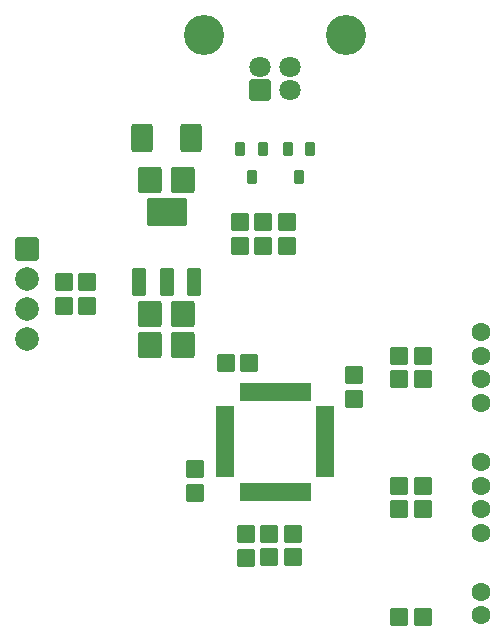
<source format=gts>
G04*
G04 #@! TF.GenerationSoftware,Altium Limited,Altium Designer,22.3.1 (43)*
G04*
G04 Layer_Color=8388736*
%FSLAX42Y42*%
%MOMM*%
G71*
G04*
G04 #@! TF.SameCoordinates,4198B530-315D-40FA-A6EC-FFF3DE07C210*
G04*
G04*
G04 #@! TF.FilePolarity,Negative*
G04*
G01*
G75*
G04:AMPARAMS|DCode=22|XSize=1.6mm|YSize=1.6mm|CornerRadius=0.17mm|HoleSize=0mm|Usage=FLASHONLY|Rotation=90.000|XOffset=0mm|YOffset=0mm|HoleType=Round|Shape=RoundedRectangle|*
%AMROUNDEDRECTD22*
21,1,1.60,1.26,0,0,90.0*
21,1,1.26,1.60,0,0,90.0*
1,1,0.34,0.63,0.63*
1,1,0.34,0.63,-0.63*
1,1,0.34,-0.63,-0.63*
1,1,0.34,-0.63,0.63*
%
%ADD22ROUNDEDRECTD22*%
%ADD23R,1.65X0.50*%
%ADD24R,0.50X1.65*%
G04:AMPARAMS|DCode=25|XSize=1.6mm|YSize=1.6mm|CornerRadius=0.17mm|HoleSize=0mm|Usage=FLASHONLY|Rotation=0.000|XOffset=0mm|YOffset=0mm|HoleType=Round|Shape=RoundedRectangle|*
%AMROUNDEDRECTD25*
21,1,1.60,1.26,0,0,0.0*
21,1,1.26,1.60,0,0,0.0*
1,1,0.34,0.63,-0.63*
1,1,0.34,-0.63,-0.63*
1,1,0.34,-0.63,0.63*
1,1,0.34,0.63,0.63*
%
%ADD25ROUNDEDRECTD25*%
G04:AMPARAMS|DCode=26|XSize=2.2mm|YSize=2mm|CornerRadius=0.19mm|HoleSize=0mm|Usage=FLASHONLY|Rotation=90.000|XOffset=0mm|YOffset=0mm|HoleType=Round|Shape=RoundedRectangle|*
%AMROUNDEDRECTD26*
21,1,2.20,1.62,0,0,90.0*
21,1,1.82,2.00,0,0,90.0*
1,1,0.38,0.81,0.91*
1,1,0.38,0.81,-0.91*
1,1,0.38,-0.81,-0.91*
1,1,0.38,-0.81,0.91*
%
%ADD26ROUNDEDRECTD26*%
G04:AMPARAMS|DCode=27|XSize=3.45mm|YSize=2.35mm|CornerRadius=0.21mm|HoleSize=0mm|Usage=FLASHONLY|Rotation=180.000|XOffset=0mm|YOffset=0mm|HoleType=Round|Shape=RoundedRectangle|*
%AMROUNDEDRECTD27*
21,1,3.45,1.94,0,0,180.0*
21,1,3.04,2.35,0,0,180.0*
1,1,0.42,-1.52,0.97*
1,1,0.42,1.52,0.97*
1,1,0.42,1.52,-0.97*
1,1,0.42,-1.52,-0.97*
%
%ADD27ROUNDEDRECTD27*%
G04:AMPARAMS|DCode=28|XSize=1.2mm|YSize=2.35mm|CornerRadius=0.15mm|HoleSize=0mm|Usage=FLASHONLY|Rotation=180.000|XOffset=0mm|YOffset=0mm|HoleType=Round|Shape=RoundedRectangle|*
%AMROUNDEDRECTD28*
21,1,1.20,2.05,0,0,180.0*
21,1,0.90,2.35,0,0,180.0*
1,1,0.30,-0.45,1.02*
1,1,0.30,0.45,1.02*
1,1,0.30,0.45,-1.02*
1,1,0.30,-0.45,-1.02*
%
%ADD28ROUNDEDRECTD28*%
G04:AMPARAMS|DCode=29|XSize=2.4mm|YSize=1.8mm|CornerRadius=0.18mm|HoleSize=0mm|Usage=FLASHONLY|Rotation=270.000|XOffset=0mm|YOffset=0mm|HoleType=Round|Shape=RoundedRectangle|*
%AMROUNDEDRECTD29*
21,1,2.40,1.44,0,0,270.0*
21,1,2.04,1.80,0,0,270.0*
1,1,0.36,-0.72,-1.02*
1,1,0.36,-0.72,1.02*
1,1,0.36,0.72,1.02*
1,1,0.36,0.72,-1.02*
%
%ADD29ROUNDEDRECTD29*%
G04:AMPARAMS|DCode=30|XSize=0.8mm|YSize=1.2mm|CornerRadius=0.13mm|HoleSize=0mm|Usage=FLASHONLY|Rotation=0.000|XOffset=0mm|YOffset=0mm|HoleType=Round|Shape=RoundedRectangle|*
%AMROUNDEDRECTD30*
21,1,0.80,0.94,0,0,0.0*
21,1,0.54,1.20,0,0,0.0*
1,1,0.26,0.27,-0.47*
1,1,0.26,-0.27,-0.47*
1,1,0.26,-0.27,0.47*
1,1,0.26,0.27,0.47*
%
%ADD30ROUNDEDRECTD30*%
%ADD31C,1.60*%
%ADD32C,2.00*%
G04:AMPARAMS|DCode=33|XSize=2mm|YSize=2mm|CornerRadius=0.19mm|HoleSize=0mm|Usage=FLASHONLY|Rotation=270.000|XOffset=0mm|YOffset=0mm|HoleType=Round|Shape=RoundedRectangle|*
%AMROUNDEDRECTD33*
21,1,2.00,1.62,0,0,270.0*
21,1,1.62,2.00,0,0,270.0*
1,1,0.38,-0.81,-0.81*
1,1,0.38,-0.81,0.81*
1,1,0.38,0.81,0.81*
1,1,0.38,0.81,-0.81*
%
%ADD33ROUNDEDRECTD33*%
G04:AMPARAMS|DCode=34|XSize=1.8mm|YSize=1.8mm|CornerRadius=0.18mm|HoleSize=0mm|Usage=FLASHONLY|Rotation=180.000|XOffset=0mm|YOffset=0mm|HoleType=Round|Shape=RoundedRectangle|*
%AMROUNDEDRECTD34*
21,1,1.80,1.44,0,0,180.0*
21,1,1.44,1.80,0,0,180.0*
1,1,0.36,-0.72,0.72*
1,1,0.36,0.72,0.72*
1,1,0.36,0.72,-0.72*
1,1,0.36,-0.72,-0.72*
%
%ADD34ROUNDEDRECTD34*%
%ADD35C,3.40*%
%ADD36C,1.80*%
D22*
X710Y3760D02*
D03*
X510D02*
D03*
X710Y3960D02*
D03*
X510D02*
D03*
X3550Y2040D02*
D03*
X3350D02*
D03*
X3550Y2240D02*
D03*
X3350D02*
D03*
X3550Y3140D02*
D03*
X3350D02*
D03*
X3550Y3340D02*
D03*
X3350D02*
D03*
X1880Y3280D02*
D03*
X2080D02*
D03*
X3550Y1130D02*
D03*
X3350D02*
D03*
X2450Y1631D02*
D03*
X2250D02*
D03*
X2450Y1831D02*
D03*
X2250D02*
D03*
D23*
X1877Y2335D02*
D03*
Y2385D02*
D03*
Y2435D02*
D03*
Y2485D02*
D03*
Y2535D02*
D03*
Y2585D02*
D03*
Y2635D02*
D03*
Y2685D02*
D03*
Y2735D02*
D03*
Y2785D02*
D03*
Y2835D02*
D03*
Y2885D02*
D03*
X2723D02*
D03*
Y2835D02*
D03*
Y2785D02*
D03*
Y2735D02*
D03*
Y2685D02*
D03*
Y2635D02*
D03*
Y2585D02*
D03*
Y2535D02*
D03*
Y2485D02*
D03*
Y2435D02*
D03*
Y2385D02*
D03*
Y2335D02*
D03*
D24*
X2025Y3033D02*
D03*
X2075D02*
D03*
X2125D02*
D03*
X2175D02*
D03*
X2225D02*
D03*
X2275D02*
D03*
X2325D02*
D03*
X2375D02*
D03*
X2425D02*
D03*
X2475D02*
D03*
X2525D02*
D03*
X2575D02*
D03*
Y2188D02*
D03*
X2525D02*
D03*
X2475D02*
D03*
X2425D02*
D03*
X2375D02*
D03*
X2325D02*
D03*
X2275D02*
D03*
X2225D02*
D03*
X2175D02*
D03*
X2125D02*
D03*
X2075D02*
D03*
X2025D02*
D03*
D25*
X1620Y2180D02*
D03*
Y2380D02*
D03*
X2050Y1830D02*
D03*
Y1630D02*
D03*
X2965Y3172D02*
D03*
Y2972D02*
D03*
X2400Y4270D02*
D03*
Y4470D02*
D03*
X2200Y4270D02*
D03*
Y4470D02*
D03*
X2000Y4270D02*
D03*
Y4470D02*
D03*
D26*
X1240Y3690D02*
D03*
X1520D02*
D03*
X1240Y3430D02*
D03*
X1520D02*
D03*
X1240Y4830D02*
D03*
X1520D02*
D03*
D27*
X1380Y4553D02*
D03*
D28*
X1610Y3967D02*
D03*
X1380D02*
D03*
X1150D02*
D03*
D29*
X1590Y5180D02*
D03*
X1170D02*
D03*
D30*
X2100Y4850D02*
D03*
X2005Y5090D02*
D03*
X2195D02*
D03*
X2500Y4850D02*
D03*
X2405Y5090D02*
D03*
X2595D02*
D03*
D31*
X4040Y3340D02*
D03*
Y2940D02*
D03*
Y3540D02*
D03*
Y3140D02*
D03*
Y2240D02*
D03*
Y1840D02*
D03*
Y2440D02*
D03*
Y2040D02*
D03*
Y1340D02*
D03*
Y1140D02*
D03*
D32*
X200Y3482D02*
D03*
Y3736D02*
D03*
Y3990D02*
D03*
D33*
Y4244D02*
D03*
D34*
X2175Y5585D02*
D03*
D35*
X1698Y6056D02*
D03*
X2902D02*
D03*
D36*
X2425Y5585D02*
D03*
X2175Y5785D02*
D03*
X2425D02*
D03*
M02*

</source>
